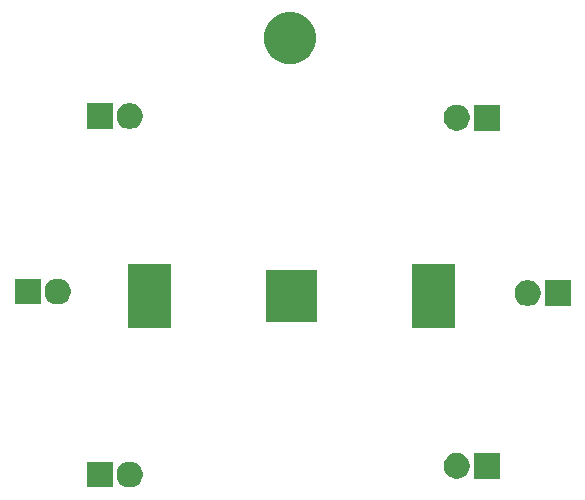
<source format=gbr>
G04 #@! TF.GenerationSoftware,KiCad,Pcbnew,(5.0.0)*
G04 #@! TF.CreationDate,2018-10-24T09:39:07-04:00*
G04 #@! TF.ProjectId,Interlock,496E7465726C6F636B2E6B696361645F,rev?*
G04 #@! TF.SameCoordinates,Original*
G04 #@! TF.FileFunction,Soldermask,Bot*
G04 #@! TF.FilePolarity,Negative*
%FSLAX46Y46*%
G04 Gerber Fmt 4.6, Leading zero omitted, Abs format (unit mm)*
G04 Created by KiCad (PCBNEW (5.0.0)) date 10/24/18 09:39:07*
%MOMM*%
%LPD*%
G01*
G04 APERTURE LIST*
%ADD10C,0.100000*%
G04 APERTURE END LIST*
D10*
G36*
X126322000Y-78824000D02*
X124122000Y-78824000D01*
X124122000Y-76624000D01*
X126322000Y-76624000D01*
X126322000Y-78824000D01*
X126322000Y-78824000D01*
G37*
G36*
X128082857Y-76666272D02*
X128283042Y-76749191D01*
X128463213Y-76869578D01*
X128616422Y-77022787D01*
X128736809Y-77202958D01*
X128819728Y-77403143D01*
X128862000Y-77615658D01*
X128862000Y-77832342D01*
X128819728Y-78044857D01*
X128736809Y-78245042D01*
X128616422Y-78425213D01*
X128463213Y-78578422D01*
X128283042Y-78698809D01*
X128082857Y-78781728D01*
X127870342Y-78824000D01*
X127653658Y-78824000D01*
X127441143Y-78781728D01*
X127240958Y-78698809D01*
X127060787Y-78578422D01*
X126907578Y-78425213D01*
X126787191Y-78245042D01*
X126704272Y-78044857D01*
X126662000Y-77832342D01*
X126662000Y-77615658D01*
X126704272Y-77403143D01*
X126787191Y-77202958D01*
X126907578Y-77022787D01*
X127060787Y-76869578D01*
X127240958Y-76749191D01*
X127441143Y-76666272D01*
X127653658Y-76624000D01*
X127870342Y-76624000D01*
X128082857Y-76666272D01*
X128082857Y-76666272D01*
G37*
G36*
X159100000Y-78100000D02*
X156900000Y-78100000D01*
X156900000Y-75900000D01*
X159100000Y-75900000D01*
X159100000Y-78100000D01*
X159100000Y-78100000D01*
G37*
G36*
X155780857Y-75942272D02*
X155981042Y-76025191D01*
X156161213Y-76145578D01*
X156314422Y-76298787D01*
X156434809Y-76478958D01*
X156517728Y-76679143D01*
X156560000Y-76891658D01*
X156560000Y-77108342D01*
X156517728Y-77320857D01*
X156434809Y-77521042D01*
X156314422Y-77701213D01*
X156161213Y-77854422D01*
X155981042Y-77974809D01*
X155780857Y-78057728D01*
X155568342Y-78100000D01*
X155351658Y-78100000D01*
X155139143Y-78057728D01*
X154938958Y-77974809D01*
X154758787Y-77854422D01*
X154605578Y-77701213D01*
X154485191Y-77521042D01*
X154402272Y-77320857D01*
X154360000Y-77108342D01*
X154360000Y-76891658D01*
X154402272Y-76679143D01*
X154485191Y-76478958D01*
X154605578Y-76298787D01*
X154758787Y-76145578D01*
X154938958Y-76025191D01*
X155139143Y-75942272D01*
X155351658Y-75900000D01*
X155568342Y-75900000D01*
X155780857Y-75942272D01*
X155780857Y-75942272D01*
G37*
G36*
X155313000Y-65351000D02*
X151643000Y-65351000D01*
X151643000Y-59871000D01*
X155313000Y-59871000D01*
X155313000Y-65351000D01*
X155313000Y-65351000D01*
G37*
G36*
X131313000Y-65351000D02*
X127643000Y-65351000D01*
X127643000Y-59871000D01*
X131313000Y-59871000D01*
X131313000Y-65351000D01*
X131313000Y-65351000D01*
G37*
G36*
X143658000Y-64791000D02*
X139298000Y-64791000D01*
X139298000Y-60431000D01*
X143658000Y-60431000D01*
X143658000Y-64791000D01*
X143658000Y-64791000D01*
G37*
G36*
X161780857Y-61299272D02*
X161981042Y-61382191D01*
X162161213Y-61502578D01*
X162314422Y-61655787D01*
X162434809Y-61835958D01*
X162517728Y-62036143D01*
X162560000Y-62248658D01*
X162560000Y-62465342D01*
X162517728Y-62677857D01*
X162434809Y-62878042D01*
X162314422Y-63058213D01*
X162161213Y-63211422D01*
X161981042Y-63331809D01*
X161780857Y-63414728D01*
X161568342Y-63457000D01*
X161351658Y-63457000D01*
X161139143Y-63414728D01*
X160938958Y-63331809D01*
X160758787Y-63211422D01*
X160605578Y-63058213D01*
X160485191Y-62878042D01*
X160402272Y-62677857D01*
X160360000Y-62465342D01*
X160360000Y-62248658D01*
X160402272Y-62036143D01*
X160485191Y-61835958D01*
X160605578Y-61655787D01*
X160758787Y-61502578D01*
X160938958Y-61382191D01*
X161139143Y-61299272D01*
X161351658Y-61257000D01*
X161568342Y-61257000D01*
X161780857Y-61299272D01*
X161780857Y-61299272D01*
G37*
G36*
X165100000Y-63457000D02*
X162900000Y-63457000D01*
X162900000Y-61257000D01*
X165100000Y-61257000D01*
X165100000Y-63457000D01*
X165100000Y-63457000D01*
G37*
G36*
X120226000Y-63330000D02*
X118026000Y-63330000D01*
X118026000Y-61130000D01*
X120226000Y-61130000D01*
X120226000Y-63330000D01*
X120226000Y-63330000D01*
G37*
G36*
X121986857Y-61172272D02*
X122187042Y-61255191D01*
X122367213Y-61375578D01*
X122520422Y-61528787D01*
X122640809Y-61708958D01*
X122723728Y-61909143D01*
X122766000Y-62121658D01*
X122766000Y-62338342D01*
X122723728Y-62550857D01*
X122640809Y-62751042D01*
X122520422Y-62931213D01*
X122367213Y-63084422D01*
X122187042Y-63204809D01*
X121986857Y-63287728D01*
X121774342Y-63330000D01*
X121557658Y-63330000D01*
X121345143Y-63287728D01*
X121144958Y-63204809D01*
X120964787Y-63084422D01*
X120811578Y-62931213D01*
X120691191Y-62751042D01*
X120608272Y-62550857D01*
X120566000Y-62338342D01*
X120566000Y-62121658D01*
X120608272Y-61909143D01*
X120691191Y-61708958D01*
X120811578Y-61528787D01*
X120964787Y-61375578D01*
X121144958Y-61255191D01*
X121345143Y-61172272D01*
X121557658Y-61130000D01*
X121774342Y-61130000D01*
X121986857Y-61172272D01*
X121986857Y-61172272D01*
G37*
G36*
X155780857Y-46442272D02*
X155981042Y-46525191D01*
X156161213Y-46645578D01*
X156314422Y-46798787D01*
X156434809Y-46978958D01*
X156517728Y-47179143D01*
X156560000Y-47391658D01*
X156560000Y-47608342D01*
X156517728Y-47820857D01*
X156434809Y-48021042D01*
X156434807Y-48021045D01*
X156400618Y-48072213D01*
X156314422Y-48201213D01*
X156161213Y-48354422D01*
X155981042Y-48474809D01*
X155780857Y-48557728D01*
X155568342Y-48600000D01*
X155351658Y-48600000D01*
X155139143Y-48557728D01*
X154938958Y-48474809D01*
X154758787Y-48354422D01*
X154605578Y-48201213D01*
X154519383Y-48072213D01*
X154485193Y-48021045D01*
X154485191Y-48021042D01*
X154402272Y-47820857D01*
X154360000Y-47608342D01*
X154360000Y-47391658D01*
X154402272Y-47179143D01*
X154485191Y-46978958D01*
X154605578Y-46798787D01*
X154758787Y-46645578D01*
X154938958Y-46525191D01*
X155139143Y-46442272D01*
X155351658Y-46400000D01*
X155568342Y-46400000D01*
X155780857Y-46442272D01*
X155780857Y-46442272D01*
G37*
G36*
X159100000Y-48600000D02*
X156900000Y-48600000D01*
X156900000Y-46400000D01*
X159100000Y-46400000D01*
X159100000Y-48600000D01*
X159100000Y-48600000D01*
G37*
G36*
X128082857Y-46313272D02*
X128283042Y-46396191D01*
X128463213Y-46516578D01*
X128616422Y-46669787D01*
X128616424Y-46669790D01*
X128616425Y-46669791D01*
X128702620Y-46798791D01*
X128736809Y-46849958D01*
X128819728Y-47050143D01*
X128862000Y-47262658D01*
X128862000Y-47479342D01*
X128819728Y-47691857D01*
X128736809Y-47892042D01*
X128616422Y-48072213D01*
X128463213Y-48225422D01*
X128283042Y-48345809D01*
X128082857Y-48428728D01*
X127870342Y-48471000D01*
X127653658Y-48471000D01*
X127441143Y-48428728D01*
X127240958Y-48345809D01*
X127060787Y-48225422D01*
X126907578Y-48072213D01*
X126787191Y-47892042D01*
X126704272Y-47691857D01*
X126662000Y-47479342D01*
X126662000Y-47262658D01*
X126704272Y-47050143D01*
X126787191Y-46849958D01*
X126821380Y-46798791D01*
X126907575Y-46669791D01*
X126907576Y-46669790D01*
X126907578Y-46669787D01*
X127060787Y-46516578D01*
X127240958Y-46396191D01*
X127441143Y-46313272D01*
X127653658Y-46271000D01*
X127870342Y-46271000D01*
X128082857Y-46313272D01*
X128082857Y-46313272D01*
G37*
G36*
X126322000Y-48471000D02*
X124122000Y-48471000D01*
X124122000Y-46271000D01*
X126322000Y-46271000D01*
X126322000Y-48471000D01*
X126322000Y-48471000D01*
G37*
G36*
X141992716Y-38651544D02*
X142393090Y-38817384D01*
X142753421Y-39058150D01*
X143059850Y-39364579D01*
X143300616Y-39724910D01*
X143466456Y-40125284D01*
X143551000Y-40550317D01*
X143551000Y-40983683D01*
X143466456Y-41408716D01*
X143300616Y-41809090D01*
X143059850Y-42169421D01*
X142753421Y-42475850D01*
X142393090Y-42716616D01*
X141992716Y-42882456D01*
X141567683Y-42967000D01*
X141134317Y-42967000D01*
X140709284Y-42882456D01*
X140308910Y-42716616D01*
X139948579Y-42475850D01*
X139642150Y-42169421D01*
X139401384Y-41809090D01*
X139235544Y-41408716D01*
X139151000Y-40983683D01*
X139151000Y-40550317D01*
X139235544Y-40125284D01*
X139401384Y-39724910D01*
X139642150Y-39364579D01*
X139948579Y-39058150D01*
X140308910Y-38817384D01*
X140709284Y-38651544D01*
X141134317Y-38567000D01*
X141567683Y-38567000D01*
X141992716Y-38651544D01*
X141992716Y-38651544D01*
G37*
M02*

</source>
